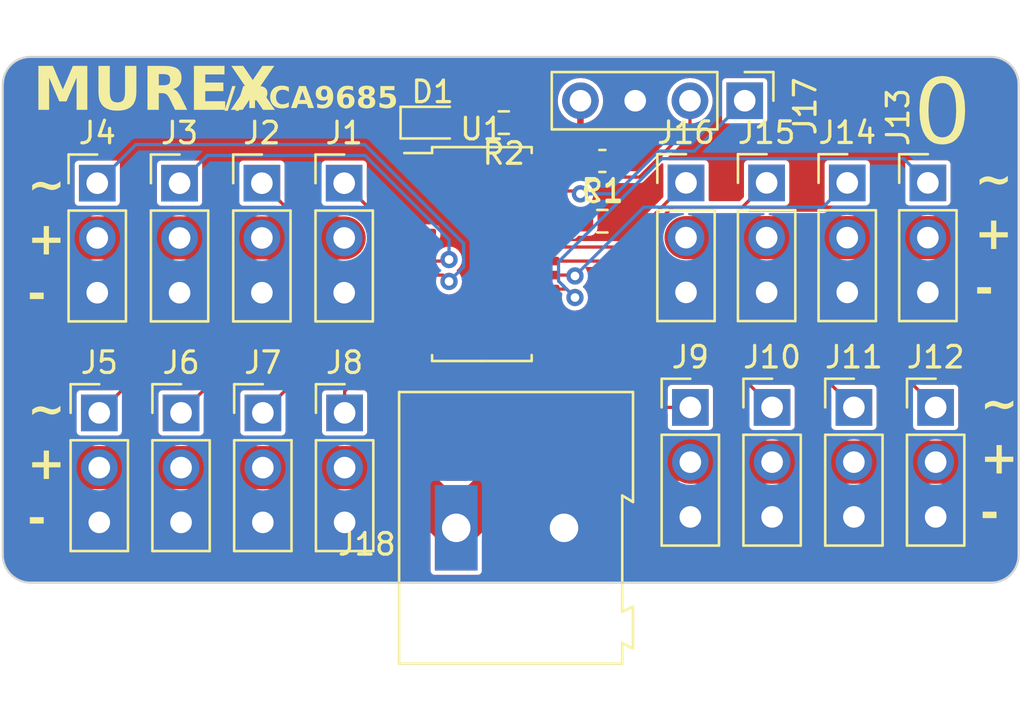
<source format=kicad_pcb>
(kicad_pcb (version 20230410) (generator pcbnew)
  (title_block (title "PCA9685 Breakout") (date "2023-08-18") (rev "V1.0") (company "MUREX Robotics [Byran Huang]") (comment 1 "// DO IT RIGHT, DO IT MUREX.") (comment 2 "// ATTEMPT THE IMPOSSIBLE.") (comment 4 "PCA9685 breakout board with ext. power"))
  (layers (0 "F.Cu" signal) (31 "B.Cu" signal) (34 "B.Paste" user) (35 "F.Paste" user) (36 "B.SilkS" user "B.Silkscreen") (37 "F.SilkS" user "F.Silkscreen") (38 "B.Mask" user) (39 "F.Mask" user) (44 "Edge.Cuts" user))
  (net 0 "")
  (net 1 "GND")
  (net 2 "+3.3V")
  (net 3 "Net-(D1-A)")
  (net 4 "/VDD")
  (net 5 "/LED0")
  (net 6 "/LED1")
  (net 7 "/LED2")
  (net 8 "/LED3")
  (net 9 "/LED4")
  (net 10 "/LED5")
  (net 11 "/LED6")
  (net 12 "/LED7")
  (net 13 "/LED8")
  (net 14 "/LED9")
  (net 15 "/LED10")
  (net 16 "/LED11")
  (net 17 "/LED12")
  (net 18 "/LED13")
  (net 19 "/LED14")
  (net 20 "/LED15")
  (net 21 "/SCL")
  (net 22 "/SDA")
  (net 23 "Net-(U1-~{OE})")
  (footprint "Connector_PinHeader_2.54mm:PinHeader_1x03_P2.54mm_Vertical" (layer "F.Cu") (at 148.352934 105.156)
    (fp_text reference "J9" (at 0 -2.33) (layer "F.SilkS") (effects (font (thickness 0.15) bold)))
    (fp_text value "PWM")
    (fp_line (start -1.33 -1.33) (end 0 -1.33) (stroke (width 0.12)) (layer "F.SilkS"))
    (fp_line (start -1.33 0) (end -1.33 -1.33) (stroke (width 0.12)) (layer "F.SilkS"))
    (fp_line (start -1.33 1.27) (end -1.33 6.41) (stroke (width 0.12)) (layer "F.SilkS"))
    (fp_line (start -1.33 1.27) (end 1.33 1.27) (stroke (width 0.12)) (layer "F.SilkS"))
    (fp_line (start -1.33 6.41) (end 1.33 6.41) (stroke (width 0.12)) (layer "F.SilkS"))
    (fp_line (start 1.33 1.27) (end 1.33 6.41) (stroke (width 0.12)) (layer "F.SilkS"))
    (pad "1" thru_hole rect (at 0 0) (size 1.7 1.7) (drill 1) (layers "*.Cu" "*.Mask") (net 13 "/LED8"))
    (pad "2" thru_hole oval (at 0 2.54) (size 1.7 1.7) (drill 1) (layers "*.Cu" "*.Mask") (net 4 "/VDD"))
    (pad "3" thru_hole oval (at 0 5.08) (size 1.7 1.7) (drill 1) (layers "*.Cu" "*.Mask") (net 1 "GND"))
  )
  (footprint "Connector_PinHeader_2.54mm:PinHeader_1x03_P2.54mm_Vertical" (layer "F.Cu") (at 132.317066 105.41)
    (fp_text reference "J8" (at 0 -2.33) (layer "F.SilkS") (effects (font (thickness 0.15) bold)))
    (fp_text value "PWM")
    (fp_line (start -1.33 -1.33) (end 0 -1.33) (stroke (width 0.12)) (layer "F.SilkS"))
    (fp_line (start -1.33 0) (end -1.33 -1.33) (stroke (width 0.12)) (layer "F.SilkS"))
    (fp_line (start -1.33 1.27) (end -1.33 6.41) (stroke (width 0.12)) (layer "F.SilkS"))
    (fp_line (start -1.33 1.27) (end 1.33 1.27) (stroke (width 0.12)) (layer "F.SilkS"))
    (fp_line (start -1.33 6.41) (end 1.33 6.41) (stroke (width 0.12)) (layer "F.SilkS"))
    (fp_line (start 1.33 1.27) (end 1.33 6.41) (stroke (width 0.12)) (layer "F.SilkS"))
    (pad "1" thru_hole rect (at 0 0) (size 1.7 1.7) (drill 1) (layers "*.Cu" "*.Mask") (net 12 "/LED7"))
    (pad "2" thru_hole oval (at 0 2.54) (size 1.7 1.7) (drill 1) (layers "*.Cu" "*.Mask") (net 4 "/VDD"))
    (pad "3" thru_hole oval (at 0 5.08) (size 1.7 1.7) (drill 1) (layers "*.Cu" "*.Mask") (net 1 "GND"))
  )
  (footprint "Connector_PinHeader_2.54mm:PinHeader_1x03_P2.54mm_Vertical" (layer "F.Cu") (at 152.146 105.156)
    (fp_text reference "J10" (at 0 -2.33) (layer "F.SilkS") (effects (font (thickness 0.15) bold)))
    (fp_text value "PWM")
    (fp_line (start -1.33 -1.33) (end 0 -1.33) (stroke (width 0.12)) (layer "F.SilkS"))
    (fp_line (start -1.33 0) (end -1.33 -1.33) (stroke (width 0.12)) (layer "F.SilkS"))
    (fp_line (start -1.33 1.27) (end -1.33 6.41) (stroke (width 0.12)) (layer "F.SilkS"))
    (fp_line (start -1.33 1.27) (end 1.33 1.27) (stroke (width 0.12)) (layer "F.SilkS"))
    (fp_line (start -1.33 6.41) (end 1.33 6.41) (stroke (width 0.12)) (layer "F.SilkS"))
    (fp_line (start 1.33 1.27) (end 1.33 6.41) (stroke (width 0.12)) (layer "F.SilkS"))
    (pad "1" thru_hole rect (at 0 0) (size 1.7 1.7) (drill 1) (layers "*.Cu" "*.Mask") (net 14 "/LED9"))
    (pad "2" thru_hole oval (at 0 2.54) (size 1.7 1.7) (drill 1) (layers "*.Cu" "*.Mask") (net 4 "/VDD"))
    (pad "3" thru_hole oval (at 0 5.08) (size 1.7 1.7) (drill 1) (layers "*.Cu" "*.Mask") (net 1 "GND"))
  )
  (footprint "Capacitor_SMD:C_0603_1608Metric" (layer "F.Cu") (at 144.272 93.726 180)
    (fp_text reference "C1" (at 0 -1.43 -180) (layer "F.SilkS") (effects (font (thickness 0.15) bold)))
    (fp_text value "10uF")
    (fp_line (start -0.140581 0.51) (end 0.140581 0.51) (stroke (width 0.12)) (layer "F.SilkS"))
    (fp_line (start -0.140581 -0.51) (end 0.140581 -0.51) (stroke (width 0.12)) (layer "F.SilkS"))
    (pad "1" smd roundrect (at -0.775 0 180) (size 0.9 0.95) (layers "F.Cu" "F.Paste" "F.Mask") (net 1 "GND"))
    (pad "2" smd roundrect (at 0.775 0 180) (size 0.9 0.95) (layers "F.Cu" "F.Paste" "F.Mask") (net 2 "+3.3V"))
  )
  (footprint "Connector_PinHeader_2.54mm:PinHeader_1x03_P2.54mm_Vertical" (layer "F.Cu") (at 159.371058 94.742)
    (fp_text reference "J13" (at -1.383058 -3.048 90) (layer "F.SilkS") (effects (font (thickness 0.15) bold)))
    (fp_text value "PWM")
    (fp_line (start -1.33 -1.33) (end 0 -1.33) (stroke (width 0.12)) (layer "F.SilkS"))
    (fp_line (start -1.33 0) (end -1.33 -1.33) (stroke (width 0.12)) (layer "F.SilkS"))
    (fp_line (start -1.33 1.27) (end -1.33 6.41) (stroke (width 0.12)) (layer "F.SilkS"))
    (fp_line (start -1.33 1.27) (end 1.33 1.27) (stroke (width 0.12)) (layer "F.SilkS"))
    (fp_line (start -1.33 6.41) (end 1.33 6.41) (stroke (width 0.12)) (layer "F.SilkS"))
    (fp_line (start 1.33 1.27) (end 1.33 6.41) (stroke (width 0.12)) (layer "F.SilkS"))
    (pad "1" thru_hole rect (at 0 0) (size 1.7 1.7) (drill 1) (layers "*.Cu" "*.Mask") (net 17 "/LED12"))
    (pad "2" thru_hole oval (at 0 2.54) (size 1.7 1.7) (drill 1) (layers "*.Cu" "*.Mask") (net 4 "/VDD"))
    (pad "3" thru_hole oval (at 0 5.08) (size 1.7 1.7) (drill 1) (layers "*.Cu" "*.Mask") (net 1 "GND"))
  )
  (footprint "Connector_PinHeader_2.54mm:PinHeader_1x03_P2.54mm_Vertical" (layer "F.Cu") (at 148.152472 94.742)
    (fp_text reference "J16" (at 0 -2.33) (layer "F.SilkS") (effects (font (thickness 0.15) bold)))
    (fp_text value "PWM")
    (fp_line (start -1.33 -1.33) (end 0 -1.33) (stroke (width 0.12)) (layer "F.SilkS"))
    (fp_line (start -1.33 0) (end -1.33 -1.33) (stroke (width 0.12)) (layer "F.SilkS"))
    (fp_line (start -1.33 1.27) (end -1.33 6.41) (stroke (width 0.12)) (layer "F.SilkS"))
    (fp_line (start -1.33 1.27) (end 1.33 1.27) (stroke (width 0.12)) (layer "F.SilkS"))
    (fp_line (start -1.33 6.41) (end 1.33 6.41) (stroke (width 0.12)) (layer "F.SilkS"))
    (fp_line (start 1.33 1.27) (end 1.33 6.41) (stroke (width 0.12)) (layer "F.SilkS"))
    (pad "1" thru_hole rect (at 0 0) (size 1.7 1.7) (drill 1) (layers "*.Cu" "*.Mask") (net 20 "/LED15"))
    (pad "2" thru_hole oval (at 0 2.54) (size 1.7 1.7) (drill 1) (layers "*.Cu" "*.Mask") (net 4 "/VDD"))
    (pad "3" thru_hole oval (at 0 5.08) (size 1.7 1.7) (drill 1) (layers "*.Cu" "*.Mask") (net 1 "GND"))
  )
  (footprint "Connector_PinHeader_2.54mm:PinHeader_1x03_P2.54mm_Vertical" (layer "F.Cu") (at 120.937868 105.41)
    (fp_text reference "J5" (at 0 -2.33) (layer "F.SilkS") (effects (font (thickness 0.15) bold)))
    (fp_text value "PWM")
    (fp_line (start -1.33 -1.33) (end 0 -1.33) (stroke (width 0.12)) (layer "F.SilkS"))
    (fp_line (start -1.33 0) (end -1.33 -1.33) (stroke (width 0.12)) (layer "F.SilkS"))
    (fp_line (start -1.33 1.27) (end -1.33 6.41) (stroke (width 0.12)) (layer "F.SilkS"))
    (fp_line (start -1.33 1.27) (end 1.33 1.27) (stroke (width 0.12)) (layer "F.SilkS"))
    (fp_line (start -1.33 6.41) (end 1.33 6.41) (stroke (width 0.12)) (layer "F.SilkS"))
    (fp_line (start 1.33 1.27) (end 1.33 6.41) (stroke (width 0.12)) (layer "F.SilkS"))
    (pad "1" thru_hole rect (at 0 0) (size 1.7 1.7) (drill 1) (layers "*.Cu" "*.Mask") (net 9 "/LED4"))
    (pad "2" thru_hole oval (at 0 2.54) (size 1.7 1.7) (drill 1) (layers "*.Cu" "*.Mask") (net 4 "/VDD"))
    (pad "3" thru_hole oval (at 0 5.08) (size 1.7 1.7) (drill 1) (layers "*.Cu" "*.Mask") (net 1 "GND"))
  )
  (footprint "Connector_PinHeader_2.54mm:PinHeader_1x03_P2.54mm_Vertical" (layer "F.Cu") (at 132.296777 94.757)
    (fp_text reference "J1" (at 0 -2.33) (layer "F.SilkS") (effects (font (thickness 0.15) bold)))
    (fp_text value "PWM")
    (fp_line (start -1.33 -1.33) (end 0 -1.33) (stroke (width 0.12)) (layer "F.SilkS"))
    (fp_line (start -1.33 0) (end -1.33 -1.33) (stroke (width 0.12)) (layer "F.SilkS"))
    (fp_line (start -1.33 1.27) (end -1.33 6.41) (stroke (width 0.12)) (layer "F.SilkS"))
    (fp_line (start -1.33 1.27) (end 1.33 1.27) (stroke (width 0.12)) (layer "F.SilkS"))
    (fp_line (start -1.33 6.41) (end 1.33 6.41) (stroke (width 0.12)) (layer "F.SilkS"))
    (fp_line (start 1.33 1.27) (end 1.33 6.41) (stroke (width 0.12)) (layer "F.SilkS"))
    (pad "1" thru_hole rect (at 0 0) (size 1.7 1.7) (drill 1) (layers "*.Cu" "*.Mask") (net 5 "/LED0"))
    (pad "2" thru_hole oval (at 0 2.54) (size 1.7 1.7) (drill 1) (layers "*.Cu" "*.Mask") (net 4 "/VDD"))
    (pad "3" thru_hole oval (at 0 5.08) (size 1.7 1.7) (drill 1) (layers "*.Cu" "*.Mask") (net 1 "GND"))
  )
  (footprint "Connector_PinHeader_2.54mm:PinHeader_1x03_P2.54mm_Vertical" (layer "F.Cu") (at 159.732132 105.156)
    (fp_text reference "J12" (at 0 -2.33) (layer "F.SilkS") (effects (font (thickness 0.15) bold)))
    (fp_text value "PWM")
    (fp_line (start -1.33 -1.33) (end 0 -1.33) (stroke (width 0.12)) (layer "F.SilkS"))
    (fp_line (start -1.33 0) (end -1.33 -1.33) (stroke (width 0.12)) (layer "F.SilkS"))
    (fp_line (start -1.33 1.27) (end -1.33 6.41) (stroke (width 0.12)) (layer "F.SilkS"))
    (fp_line (start -1.33 1.27) (end 1.33 1.27) (stroke (width 0.12)) (layer "F.SilkS"))
    (fp_line (start -1.33 6.41) (end 1.33 6.41) (stroke (width 0.12)) (layer "F.SilkS"))
    (fp_line (start 1.33 1.27) (end 1.33 6.41) (stroke (width 0.12)) (layer "F.SilkS"))
    (pad "1" thru_hole rect (at 0 0) (size 1.7 1.7) (drill 1) (layers "*.Cu" "*.Mask") (net 16 "/LED11"))
    (pad "2" thru_hole oval (at 0 2.54) (size 1.7 1.7) (drill 1) (layers "*.Cu" "*.Mask") (net 4 "/VDD"))
    (pad "3" thru_hole oval (at 0 5.08) (size 1.7 1.7) (drill 1) (layers "*.Cu" "*.Mask") (net 1 "GND"))
  )
  (footprint "TerminalBlock:TerminalBlock_Altech_AK300-2_P5.00mm" (layer "F.Cu") (at 137.494 110.744)
    (fp_text reference "J18" (at -4.144 0.762) (layer "F.SilkS") (effects (font (thickness 0.15) bold)))
    (fp_text value "VDD")
    (fp_line (start -2.65 -6.3) (end -2.65 6.3) (stroke (width 0.12)) (layer "F.SilkS"))
    (fp_line (start -2.65 6.3) (end 7.7 6.3) (stroke (width 0.12)) (layer "F.SilkS"))
    (fp_line (start 7.7 -1.5) (end 8.2 -1.200001) (stroke (width 0.12)) (layer "F.SilkS"))
    (fp_line (start 7.7 3.9) (end 7.7 -1.5) (stroke (width 0.12)) (layer "F.SilkS"))
    (fp_line (start 7.7 5.35) (end 8.200001 5.6) (stroke (width 0.12)) (layer "F.SilkS"))
    (fp_line (start 7.7 6.3) (end 7.7 5.35) (stroke (width 0.12)) (layer "F.SilkS"))
    (fp_line (start 8.2 -6.3) (end -2.65 -6.3) (stroke (width 0.12)) (layer "F.SilkS"))
    (fp_line (start 8.2 -1.200001) (end 8.2 -6.3) (stroke (width 0.12)) (layer "F.SilkS"))
    (fp_line (start 8.2 3.65) (end 7.7 3.9) (stroke (width 0.12)) (layer "F.SilkS"))
    (fp_line (start 8.200001 3.7) (end 8.2 3.65) (stroke (width 0.12)) (layer "F.SilkS"))
    (fp_line (start 8.200001 5.6) (end 8.200001 3.7) (stroke (width 0.12)) (layer "F.SilkS"))
    (pad "1" thru_hole rect (at 0 0) (size 1.98 3.96) (drill 1.32) (layers "*.Cu" "*.Mask") (net 4 "/VDD"))
    (pad "2" thru_hole oval (at 5 0) (size 1.98 3.96) (drill 1.32) (layers "*.Cu" "*.Mask") (net 1 "GND"))
  )
  (footprint "Resistor_SMD:R_0603_1608Metric" (layer "F.Cu") (at 139.7 91.948 180)
    (fp_text reference "R2" (at 0 -1.43 -180) (layer "F.SilkS") (effects (font (thickness 0.15) bold)))
    (fp_text value "10k")
    (fp_line (start -0.237258 0.5225) (end 0.237258 0.5225) (stroke (width 0.12)) (layer "F.SilkS"))
    (fp_line (start -0.237258 -0.5225) (end 0.237258 -0.5225) (stroke (width 0.12)) (layer "F.SilkS"))
    (pad "1" smd roundrect (at -0.825 0 180) (size 0.8 0.95) (layers "F.Cu" "F.Paste" "F.Mask") (net 2 "+3.3V"))
    (pad "2" smd roundrect (at 0.825 0 180) (size 0.8 0.95) (layers "F.Cu" "F.Paste" "F.Mask") (net 3 "Net-(D1-A)"))
  )
  (footprint "Package_SO:TSSOP-28_4.4x9.7mm_P0.65mm" (layer "F.Cu") (at 138.684 98.044)
    (fp_text reference "U1" (at 0 -5.8) (layer "F.SilkS") (effects (font (thickness 0.15) bold)))
    (fp_text value "PCA9685PW")
    (fp_line (start -2.31 -4.96) (end -2.31 -4.685) (stroke (width 0.12)) (layer "F.SilkS"))
    (fp_line (start -2.31 -4.685) (end -3.6 -4.685) (stroke (width 0.12)) (layer "F.SilkS"))
    (fp_line (start -2.31 4.96) (end -2.31 4.685) (stroke (width 0.12)) (layer "F.SilkS"))
    (fp_line (start 0 -4.96) (end -2.31 -4.96) (stroke (width 0.12)) (layer "F.SilkS"))
    (fp_line (start 0 -4.96) (end 2.31 -4.96) (stroke (width 0.12)) (layer "F.SilkS"))
    (fp_line (start 0 4.96) (end -2.31 4.96) (stroke (width 0.12)) (layer "F.SilkS"))
    (fp_line (start 0 4.96) (end 2.31 4.96) (stroke (width 0.12)) (layer "F.SilkS"))
    (fp_line (start 2.31 -4.96) (end 2.31 -4.685) (stroke (width 0.12)) (layer "F.SilkS"))
    (fp_line (start 2.31 4.96) (end 2.31 4.685) (stroke (width 0.12)) (layer "F.SilkS"))
    (pad "1" smd roundrect (at -2.8625 -4.225) (size 1.475 0.4) (layers "F.Cu" "F.Paste" "F.Mask") (net 1 "GND"))
    (pad "2" smd roundrect (at -2.8625 -3.575) (size 1.475 0.4) (layers "F.Cu" "F.Paste" "F.Mask") (net 1 "GND"))
    (pad "3" smd roundrect (at -2.8625 -2.925) (size 1.475 0.4) (layers "F.Cu" "F.Paste" "F.Mask") (net 1 "GND"))
    (pad "4" smd roundrect (at -2.8625 -2.275) (size 1.475 0.4) (layers "F.Cu" "F.Paste" "F.Mask") (net 1 "GND"))
    (pad "5" smd roundrect (at -2.8625 -1.625) (size 1.475 0.4) (layers "F.Cu" "F.Paste" "F.Mask") (net 1 "GND"))
    (pad "6" smd roundrect (at -2.8625 -0.975) (size 1.475 0.4) (layers "F.Cu" "F.Paste" "F.Mask") (net 5 "/LED0"))
    (pad "7" smd roundrect (at -2.8625 -0.325) (size 1.475 0.4) (layers "F.Cu" "F.Paste" "F.Mask") (net 6 "/LED1"))
    (pad "8" smd roundrect (at -2.8625 0.325) (size 1.475 0.4) (layers "F.Cu" "F.Paste" "F.Mask") (net 7 "/LED2"))
    (pad "9" smd roundrect (at -2.8625 0.975) (size 1.475 0.4) (layers "F.Cu" "F.Paste" "F.Mask") (net 8 "/LED3"))
    (pad "10" smd roundrect (at -2.8625 1.625) (size 1.475 0.4) (layers "F.Cu" "F.Paste" "F.Mask") (net 9 "/LED4"))
    (pad "11" smd roundrect (at -2.8625 2.275) (size 1.475 0.4) (layers "F.Cu" "F.Paste" "F.Mask") (net 10 "/LED5"))
    (pad "12" smd roundrect (at -2.8625 2.925) (size 1.475 0.4) (layers "F.Cu" "F.Paste" "F.Mask") (net 11 "/LED6"))
    (pad "13" smd roundrect (at -2.8625 3.575) (size 1.475 0.4) (layers "F.Cu" "F.Paste" "F.Mask") (net 12 "/LED7"))
    (pad "14" smd roundrect (at -2.8625 4.225) (size 1.475 0.4) (layers "F.Cu" "F.Paste" "F.Mask") (net 1 "GND"))
    (pad "15" smd roundrect (at 2.8625 4.225) (size 1.475 0.4) (layers "F.Cu" "F.Paste" "F.Mask") (net 13 "/LED8"))
    (pad "16" smd roundrect (at 2.8625 3.575) (size 1.475 0.4) (layers "F.Cu" "F.Paste" "F.Mask") (net 14 "/LED9"))
    (pad "17" smd roundrect (at 2.8625 2.925) (size 1.475 0.4) (layers "F.Cu" "F.Paste" "F.Mask") (net 15 "/LED10"))
    (pad "18" smd roundrect (at 2.8625 2.275) (size 1.475 0.4) (layers "F.Cu" "F.Paste" "F.Mask") (net 16 "/LED11"))
    (pad "19" smd roundrect (at 2.8625 1.625) (size 1.475 0.4) (layers "F.Cu" "F.Paste" "F.Mask") (net 17 "/LED12"))
    (pad "20" smd roundrect (at 2.8625 0.975) (size 1.475 0.4) (layers "F.Cu" "F.Paste" "F.Mask") (net 18 "/LED13"))
    (pad "21" smd roundrect (at 2.8625 0.325) (size 1.475 0.4) (layers "F.Cu" "F.Paste" "F.Mask") (net 19 "/LED14"))
    (pad "22" smd roundrect (at 2.8625 -0.325) (size 1.475 0.4) (layers "F.Cu" "F.Paste" "F.Mask") (net 20 "/LED15"))
    (pad "23" smd roundrect (at 2.8625 -0.975) (size 1.475 0.4) (layers "F.Cu" "F.Paste" "F.Mask") (net 23 "Net-(U1-~{OE})"))
    (pad "24" smd roundrect (at 2.8625 -1.625) (size 1.475 0.4) (layers "F.Cu" "F.Paste" "F.Mask") (net 1 "GND"))
    (pad "25" smd roundrect (at 2.8625 -2.275) (size 1.475 0.4) (layers "F.Cu" "F.Paste" "F.Mask") (net 1 "GND"))
    (pad "26" smd roundrect (at 2.8625 -2.925) (size 1.475 0.4) (layers "F.Cu" "F.Paste" "F.Mask") (net 21 "/SCL"))
    (pad "27" smd roundrect (at 2.8625 -3.575) (size 1.475 0.4) (layers "F.Cu" "F.Paste" "F.Mask") (net 22 "/SDA"))
    (pad "28" smd roundrect (at 2.8625 -4.225) (size 1.475 0.4) (layers "F.Cu" "F.Paste" "F.Mask") (net 2 "+3.3V"))
  )
  (footprint "Connector_PinHeader_2.54mm:PinHeader_1x04_P2.54mm_Vertical" (layer "F.Cu") (at 150.875999 90.932 -90)
    (fp_text reference "J17" (at 0.254001 -2.804 90) (layer "F.SilkS") (effects (font (thickness 0.15) bold)))
    (fp_text value "Conn_01x04")
    (fp_line (start -1.33 8.95) (end 1.33 8.95) (stroke (width 0.12)) (layer "F.SilkS"))
    (fp_line (start -1.33 1.270001) (end -1.33 8.95) (stroke (width 0.12)) (layer "F.SilkS"))
    (fp_line (start -1.33 1.270001) (end 1.33 1.270001) (stroke (width 0.12)) (layer "F.SilkS"))
    (fp_line (start 1.33 1.270001) (end 1.33 8.95) (stroke (width 0.12)) (layer "F.SilkS"))
    (fp_line (start -1.33 0) (end -1.33 -1.33) (stroke (width 0.12)) (layer "F.SilkS"))
    (fp_line (start -1.33 -1.33) (end 0 -1.33) (stroke (width 0.12)) (layer "F.SilkS"))
    (pad "1" thru_hole rect (at 0 0 270) (size 1.7 1.7) (drill 1) (layers "*.Cu" "*.Mask") (net 21 "/SCL"))
    (pad "2" thru_hole oval (at 0 2.54 270) (size 1.7 1.7) (drill 1) (layers "*.Cu" "*.Mask") (net 22 "/SDA"))
    (pad "3" thru_hole oval (at 0 5.079999 270) (size 1.7 1.7) (drill 1) (layers "*.Cu" "*.Mask") (net 1 "GND"))
    (pad "4" thru_hole oval (at 0 7.62 270) (size 1.7 1.7) (drill 1) (layers "*.Cu" "*.Mask") (net 2 "+3.3V"))
  )
  (footprint "Connector_PinHeader_2.54mm:PinHeader_1x03_P2.54mm_Vertical" (layer "F.Cu") (at 155.631528 94.742)
    (fp_text reference "J14" (at 0 -2.33) (layer "F.SilkS") (effects (font (thickness 0.15) bold)))
    (fp_text value "PWM")
    (fp_line (start -1.33 -1.33) (end 0 -1.33) (stroke (width 0.12)) (layer "F.SilkS"))
    (fp_line (start -1.33 0) (end -1.33 -1.33) (stroke (width 0.12)) (layer "F.SilkS"))
    (fp_line (start -1.33 1.27) (end -1.33 6.41) (stroke (width 0.12)) (layer "F.SilkS"))
    (fp_line (start -1.33 1.27) (end 1.33 1.27) (stroke (width 0.12)) (layer "F.SilkS"))
    (fp_line (start -1.33 6.41) (end 1.33 6.41) (stroke (width 0.12)) (layer "F.SilkS"))
    (fp_line (start 1.33 1.27) (end 1.33 6.41) (stroke (width 0.12)) (layer "F.SilkS"))
    (pad "1" thru_hole rect (at 0 0) (size 1.7 1.7) (drill 1) (layers "*.Cu" "*.Mask") (net 18 "/LED13"))
    (pad "2" thru_hole oval (at 0 2.54) (size 1.7 1.7) (drill 1) (layers "*.Cu" "*.Mask") (net 4 "/VDD"))
    (pad "3" thru_hole oval (at 0 5.08) (size 1.7 1.7) (drill 1) (layers "*.Cu" "*.Mask") (net 1 "GND"))
  )
  (footprint "Resistor_SMD:R_0603_1608Metric" (layer "F.Cu") (at 144.272 96.52)
    (fp_text reference "R1" (at 0 -1.43) (layer "F.SilkS") (effects (font (thickness 0.15) bold)))
    (fp_text value "10k")
    (fp_line (start -0.237258 -0.5225) (end 0.237258 -0.5225) (stroke (width 0.12)) (layer "F.SilkS"))
    (fp_line (start -0.237258 0.5225) (end 0.237258 0.5225) (stroke (width 0.12)) (layer "F.SilkS"))
    (pad "1" smd roundrect (at -0.825 0) (size 0.8 0.95) (layers "F.Cu" "F.Paste" "F.Mask") (net 23 "Net-(U1-~{OE})"))
    (pad "2" smd roundrect (at 0.825 0) (size 0.8 0.95) (layers "F.Cu" "F.Paste" "F.Mask") (net 1 "GND"))
  )
  (footprint "Connector_PinHeader_2.54mm:PinHeader_1x03_P2.54mm_Vertical" (layer "F.Cu") (at 155.939066 105.156)
    (fp_text reference "J11" (at 0 -2.33) (layer "F.SilkS") (effects (font (thickness 0.15) bold)))
    (fp_text value "PWM")
    (fp_line (start -1.33 -1.33) (end 0 -1.33) (stroke (width 0.12)) (layer "F.SilkS"))
    (fp_line (start -1.33 0) (end -1.33 -1.33) (stroke (width 0.12)) (layer "F.SilkS"))
    (fp_line (start -1.33 1.27) (end -1.33 6.41) (stroke (width 0.12)) (layer "F.SilkS"))
    (fp_line (start -1.33 1.27) (end 1.33 1.27) (stroke (width 0.12)) (layer "F.SilkS"))
    (fp_line (start -1.33 6.41) (end 1.33 6.41) (stroke (width 0.12)) (layer "F.SilkS"))
    (fp_line (start 1.33 1.27) (end 1.33 6.41) (stroke (width 0.12)) (layer "F.SilkS"))
    (pad "1" thru_hole rect (at 0 0) (size 1.7 1.7) (drill 1) (layers "*.Cu" "*.Mask") (net 15 "/LED10"))
    (pad "2" thru_hole oval (at 0 2.54) (size 1.7 1.7) (drill 1) (layers "*.Cu" "*.Mask") (net 4 "/VDD"))
    (pad "3" thru_hole oval (at 0 5.08) (size 1.7 1.7) (drill 1) (layers "*.Cu" "*.Mask") (net 1 "GND"))
  )
  (footprint "Connector_PinHeader_2.54mm:PinHeader_1x03_P2.54mm_Vertical" (layer "F.Cu") (at 120.843498 94.757)
    (fp_text reference "J4" (at 0 -2.33) (layer "F.SilkS") (effects (font (thickness 0.15) bold)))
    (fp_text value "PWM")
    (fp_line (start -1.33 -1.33) (end 0 -1.33) (stroke (width 0.12)) (layer "F.SilkS"))
    (fp_line (start -1.33 0) (end -1.33 -1.33) (stroke (width 0.12)) (layer "F.SilkS"))
    (fp_line (start -1.33 1.27) (end -1.33 6.41) (stroke (width 0.12)) (layer "F.SilkS"))
    (fp_line (start -1.33 1.27) (end 1.33 1.27) (stroke (width 0.12)) (layer "F.SilkS"))
    (fp_line (start -1.33 6.41) (end 1.33 6.41) (stroke (width 0.12)) (layer "F.SilkS"))
    (fp_line (start 1.33 1.27) (end 1.33 6.41) (stroke (width 0.12)) (layer "F.SilkS"))
    (pad "1" thru_hole rect (at 0 0) (size 1.7 1.7) (drill 1) (layers "*.Cu" "*.Mask") (net 8 "/LED3"))
    (pad "2" thru_hole oval (at 0 2.54) (size 1.7 1.7) (drill 1) (layers "*.Cu" "*.Mask") (net 4 "/VDD"))
    (pad "3" thru_hole oval (at 0 5.08) (size 1.7 1.7) (drill 1) (layers "*.Cu" "*.Mask") (net 1 "GND"))
  )
  (footprint "Connector_PinHeader_2.54mm:PinHeader_1x03_P2.54mm_Vertical" (layer "F.Cu") (at 124.730934 105.41)
    (fp_text reference "J6" (at 0 -2.33) (layer "F.SilkS") (effects (font (thickness 0.15) bold)))
    (fp_text value "PWM")
    (fp_line (start -1.33 -1.33) (end 0 -1.33) (stroke (width 0.12)) (layer "F.SilkS"))
    (fp_line (start -1.33 0) (end -1.33 -1.33) (stroke (width 0.12)) (layer "F.SilkS"))
    (fp_line (start -1.33 1.27) (end -1.33 6.41) (stroke (width 0.12)) (layer "F.SilkS"))
    (fp_line (start -1.33 1.27) (end 1.33 1.27) (stroke (width 0.12)) (layer "F.SilkS"))
    (fp_line (start -1.33 6.41) (end 1.33 6.41) (stroke (width 0.12)) (layer "F.SilkS"))
    (fp_line (start 1.33 1.27) (end 1.33 6.41) (stroke (width 0.12)) (layer "F.SilkS"))
    (pad "1" thru_hole rect (at 0 0) (size 1.7 1.7) (drill 1) (layers "*.Cu" "*.Mask") (net 10 "/LED5"))
    (pad "2" thru_hole oval (at 0 2.54) (size 1.7 1.7) (drill 1) (layers "*.Cu" "*.Mask") (net 4 "/VDD"))
    (pad "3" thru_hole oval (at 0 5.08) (size 1.7 1.7) (drill 1) (layers "*.Cu" "*.Mask") (net 1 "GND"))
  )
  (footprint "Connector_PinHeader_2.54mm:PinHeader_1x03_P2.54mm_Vertical" (layer "F.Cu") (at 128.479016 94.757)
    (fp_text reference "J2" (at 0 -2.33) (layer "F.SilkS") (effects (font (thickness 0.15) bold)))
    (fp_text value "PWM")
    (fp_line (start -1.33 -1.33) (end 0 -1.33) (stroke (width 0.12)) (layer "F.SilkS"))
    (fp_line (start -1.33 0) (end -1.33 -1.33) (stroke (width 0.12)) (layer "F.SilkS"))
    (fp_line (start -1.33 1.27) (end -1.33 6.41) (stroke (width 0.12)) (layer "F.SilkS"))
    (fp_line (start -1.33 1.27) (end 1.33 1.27) (stroke (width 0.12)) (layer "F.SilkS"))
    (fp_line (start -1.33 6.41) (end 1.33 6.41) (stroke (width 0.12)) (layer "F.SilkS"))
    (fp_line (start 1.33 1.27) (end 1.33 6.41) (stroke (width 0.12)) (layer "F.SilkS"))
    (pad "1" thru_hole rect (at 0 0) (size 1.7 1.7) (drill 1) (layers "*.Cu" "*.Mask") (net 6 "/LED1"))
    (pad "2" thru_hole oval (at 0 2.54) (size 1.7 1.7) (drill 1) (layers "*.Cu" "*.Mask") (net 4 "/VDD"))
    (pad "3" thru_hole oval (at 0 5.08) (size 1.7 1.7) (drill 1) (layers "*.Cu" "*.Mask") (net 1 "GND"))
  )
  (footprint "Connector_PinHeader_2.54mm:PinHeader_1x03_P2.54mm_Vertical" (layer "F.Cu") (at 151.892 94.742)
    (fp_text reference "J15" (at 0 -2.33) (layer "F.SilkS") (effects (font (thickness 0.15) bold)))
    (fp_text value "PWM")
    (fp_line (start -1.33 -1.33) (end 0 -1.33) (stroke (width 0.12)) (layer "F.SilkS"))
    (fp_line (start -1.33 0) (end -1.33 -1.33) (stroke (width 0.12)) (layer "F.SilkS"))
    (fp_line (start -1.33 1.27) (end -1.33 6.41) (stroke (width 0.12)) (layer "F.SilkS"))
    (fp_line (start -1.33 1.27) (end 1.33 1.27) (stroke (width 0.12)) (layer "F.SilkS"))
    (fp_line (start -1.33 6.41) (end 1.33 6.41) (stroke (width 0.12)) (layer "F.SilkS"))
    (fp_line (start 1.33 1.27) (end 1.33 6.41) (stroke (width 0.12)) (layer "F.SilkS"))
    (pad "1" thru_hole rect (at 0 0) (size 1.7 1.7) (drill 1) (layers "*.Cu" "*.Mask") (net 19 "/LED14"))
    (pad "2" thru_hole oval (at 0 2.54) (size 1.7 1.7) (drill 1) (layers "*.Cu" "*.Mask") (net 4 "/VDD"))
    (pad "3" thru_hole oval (at 0 5.08) (size 1.7 1.7) (drill 1) (layers "*.Cu" "*.Mask") (net 1 "GND"))
  )
  (footprint "LED_SMD:LED_0603_1608Metric" (layer "F.Cu") (at 136.398 91.948)
    (fp_text reference "D1" (at 0 -1.43) (layer "F.SilkS") (effects (font (thickness 0.15) bold)))
    (fp_text value "PWR")
    (fp_line (start -1.485 -0.735) (end -1.485 0.735) (stroke (width 0.12)) (layer "F.SilkS"))
    (fp_line (start -1.485 0.735) (end 0.8 0.735) (stroke (width 0.12)) (layer "F.SilkS"))
    (fp_line (start 0.8 -0.735) (end -1.485 -0.735) (stroke (width 0.12)) (layer "F.SilkS"))
    (pad "1" smd roundrect (at -0.787501 0) (size 0.875 0.95) (layers "F.Cu" "F.Paste" "F.Mask") (net 1 "GND"))
    (pad "2" smd roundrect (at 0.787501 0) (size 0.875 0.95) (layers "F.Cu" "F.Paste" "F.Mask") (net 3 "Net-(D1-A)"))
  )
  (footprint "Connector_PinHeader_2.54mm:PinHeader_1x03_P2.54mm_Vertical" (layer "F.Cu") (at 124.661257 94.757)
    (fp_text reference "J3" (at 0 -2.33) (layer "F.SilkS") (effects (font (thickness 0.15) bold)))
    (fp_text value "PWM")
    (fp_line (start -1.33 -1.33) (end 0 -1.33) (stroke (width 0.12)) (layer "F.SilkS"))
    (fp_line (start -1.33 0) (end -1.33 -1.33) (stroke (width 0.12)) (layer "F.SilkS"))
    (fp_line (start -1.33 1.27) (end -1.33 6.41) (stroke (width 0.12)) (layer "F.SilkS"))
    (fp_line (start -1.33 1.27) (end 1.33 1.27) (stroke (width 0.12)) (layer "F.SilkS"))
    (fp_line (start -1.33 6.41) (end 1.33 6.41) (stroke (width 0.12)) (layer "F.SilkS"))
    (fp_line (start 1.33 1.27) (end 1.33 6.41) (stroke (width 0.12)) (layer "F.SilkS"))
    (pad "1" thru_hole rect (at 0 0) (size 1.7 1.7) (drill 1) (layers "*.Cu" "*.Mask") (net 7 "/LED2"))
    (pad "2" thru_hole oval (at 0 2.54) (size 1.7 1.7) (drill 1) (layers "*.Cu" "*.Mask") (net 4 "/VDD"))
    (pad "3" thru_hole oval (at 0 5.08) (size 1.7 1.7) (drill 1) (layers "*.Cu" "*.Mask") (net 1 "GND"))
  )
  (footprint "Connector_PinHeader_2.54mm:PinHeader_1x03_P2.54mm_Vertical" (layer "F.Cu") (at 128.524 105.41)
    (fp_text reference "J7" (at 0 -2.33) (layer "F.SilkS") (effects (font (thickness 0.15) bold)))
    (fp_text value "PWM")
    (fp_line (start -1.33 -1.33) (end 0 -1.33) (stroke (width 0.12)) (layer "F.SilkS"))
    (fp_line (start -1.33 0) (end -1.33 -1.33) (stroke (width 0.12)) (layer "F.SilkS"))
    (fp_line (start -1.33 1.27) (end -1.33 6.41) (stroke (width 0.12)) (layer "F.SilkS"))
    (fp_line (start -1.33 1.27) (end 1.33 1.27) (stroke (width 0.12)) (layer "F.SilkS"))
    (fp_line (start -1.33 6.41) (end 1.33 6.41) (stroke (width 0.12)) (layer "F.SilkS"))
    (fp_line (start 1.33 1.27) (end 1.33 6.41) (stroke (width 0.12)) (layer "F.SilkS"))
    (pad "1" thru_hole rect (at 0 0) (size 1.7 1.7) (drill 1) (layers "*.Cu" "*.Mask") (net 11 "/LED6"))
    (pad "2" thru_hole oval (at 0 2.54) (size 1.7 1.7) (drill 1) (layers "*.Cu" "*.Mask") (net 4 "/VDD"))
    (pad "3" thru_hole oval (at 0 5.08) (size 1.7 1.7) (drill 1) (layers "*.Cu" "*.Mask") (net 1 "GND"))
  )
  (gr_line (start 117.738026 88.9) (end 162.306 88.9) (stroke (width 0.1)) (layer "Edge.Cuts"))
  (gr_line (start 117.856 113.284) (end 162.306 113.284) (stroke (width 0.1)) (layer "Edge.Cuts"))
  (gr_arc (start 116.468026 90.17) (mid 116.840002 89.271984) (end 117.738026 88.9) (stroke (width 0.1)) (layer "Edge.Cuts"))
  (gr_arc (start 117.755809 113.284) (mid 116.839976 112.904666) (end 116.460659 111.98885) (stroke (width 0.1)) (layer "Edge.Cuts"))
  (gr_line (start 116.460659 111.98885) (end 116.460659 90.17) (stroke (width 0.1)) (layer "Edge.Cuts"))
  (gr_arc (start 162.306 88.9) (mid 163.204026 89.271974) (end 163.576 90.17) (stroke (width 0.1)) (layer "Edge.Cuts"))
  (gr_arc (start 163.576 112.014) (mid 163.204026 112.912026) (end 162.306 113.284) (stroke (width 0.1)) (layer "Edge.Cuts"))
  (gr_line (start 117.755809 113.284) (end 117.856 113.284) (stroke (width 0.1)) (layer "Edge.Cuts"))
  (gr_line (start 163.576 90.17) (end 163.576 112.014) (stroke (width 0.1)) (layer "Edge.Cuts"))
  (gr_text "MUREX" (at 117.856 91.694) (layer "F.SilkS") (effects (font (size 2 2) (thickness 0.4) bold) (justify left bottom)))
  (gr_text "~\n+\n-" (at 161.798 110.998) (layer "F.SilkS") (effects (font (size 1.5 1.5) (thickness 0.2) bold) (justify left bottom)))
  (gr_text "~\n+\n-" (at 117.602 100.838) (layer "F.SilkS") (effects (font (size 1.5 1.5) (thickness 0.2) bold) (justify left bottom)))
  (gr_text "//PCA9685" (at 126.746 91.44) (layer "F.SilkS") (effects (font (size 1 1) (thickness 0.25) bold) (justify left bottom)))
  (gr_text "~\n+\n-" (at 117.602 111.252) (layer "F.SilkS") (effects (font (size 1.5 1.5) (thickness 0.2) bold) (justify left bottom)))
  (gr_text "0" (at 158.706058 93.412) (layer "F.SilkS") (effects (font (size 3 3)) (justify left bottom)))
  (gr_text "~\n+\n-" (at 161.544 100.584) (layer "F.SilkS") (effects (font (size 1.5 1.5) (thickness 0.2) bold) (justify left bottom)))
  (segment (start 135.8215 93.819) (end 135.8215 96.419) (width 0.25) (layer "F.Cu") (net 1))
  (segment (start 143.255999 90.932) (end 143.255999 93.484999) (width 0.3) (layer "F.Cu") (net 2))
  (segment (start 140.525 91.948) (end 140.525 92.6115) (width 0.3) (layer "F.Cu") (net 2))
  (segment (start 140.525 92.6115) (end 141.6395 93.726) (width 0.3) (layer "F.Cu") (net 2))
  (segment (start 143.404 93.819) (end 143.497 93.726) (width 0.25) (layer "F.Cu") (net 2))
  (segment (start 143.255999 93.484999) (end 143.497 93.726) (width 0.3) (layer "F.Cu") (net 2))
  (segment (start 141.6395 93.726) (end 141.5465 93.819) (width 0.25) (layer "F.Cu") (net 2))
  (segment (start 143.497 93.726) (end 141.6395 93.726) (width 0.25) (layer "F.Cu") (net 2))
  (segment (start 138.875 91.948) (end 137.185501 91.948) (width 0.3) (layer "F.Cu") (net 3))
  (segment (start 120.843498 97.297) (end 124.661257 97.297) (width 2) (layer "F.Cu") (net 4))
  (segment (start 132.317066 107.95) (end 134.7 107.95) (width 2) (layer "F.Cu") (net 4))
  (segment (start 128.524 107.95) (end 132.317066 107.95) (width 2) (layer "F.Cu") (net 4))
  (segment (start 119.641417 97.297) (end 118.793998 98.144419) (width 2) (layer "F.Cu") (net 4))
  (segment (start 161.781632 106.950368) (end 161.036 107.696) (width 2) (layer "F.Cu") (net 4))
  (segment (start 120.843498 97.297) (end 119.641417 97.297) (width 2) (layer "F.Cu") (net 4))
  (segment (start 161.781632 98.490493) (end 161.781632 106.950368) (width 2) (layer "F.Cu") (net 4))
  (segment (start 155.939066 107.696) (end 159.732132 107.696) (width 2) (layer "F.Cu") (net 4))
  (segment (start 124.730934 107.95) (end 128.524 107.95) (width 2) (layer "F.Cu") (net 4))
  (segment (start 148.352934 107.696) (end 152.146 107.696) (width 2) (layer "F.Cu") (net 4))
  (segment (start 137.494 110.744) (end 140.6735 107.5645) (width 2) (layer "F.Cu") (net 4))
  (segment (start 160.573139 97.282) (end 161.781632 98.490493) (width 2) (layer "F.Cu") (net 4))
  (segment (start 119.378868 107.95) (end 120.937868 107.95) (width 2) (layer "F.Cu") (net 4))
  (segment (start 120.937868 107.95) (end 124.730934 107.95) (width 2) (layer "F.Cu") (net 4))
  (segment (start 148.152472 97.282) (end 151.892 97.282) (width 2) (layer "F.Cu") (net 4))
  (segment (start 159.371058 97.282) (end 160.573139 97.282) (width 2) (layer "F.Cu") (net 4))
  (segment (start 161.036 107.696) (end 159.732132 107.696) (width 2) (layer "F.Cu") (net 4))
  (segment (start 140.6735 107.5645) (end 148.221434 107.5645) (width 2) (layer "F.Cu") (net 4))
  (segment (start 155.631528 97.282) (end 159.371058 97.282) (width 2) (layer "F.Cu") (net 4))
  (segment (start 118.793998 98.144419) (end 118.793998 107.36513) (width 2) (layer "F.Cu") (net 4))
  (segment (start 124.661257 97.297) (end 128.479016 97.297) (width 2) (layer "F.Cu") (net 4))
  (segment (start 148.221434 107.5645) (end 148.352934 107.696) (width 2) (layer "F.Cu") (net 4))
  (segment (start 152.146 107.696) (end 155.939066 107.696) (width 2) (layer "F.Cu") (net 4))
  (segment (start 151.892 97.282) (end 155.631528 97.282) (width 2) (layer "F.Cu") (net 4))
  (segment (start 128.479016 97.297) (end 132.296777 97.297) (width 2) (layer "F.Cu") (net 4))
  (segment (start 118.793998 107.36513) (end 119.378868 107.95) (width 2) (layer "F.Cu") (net 4))
  (segment (start 134.7 107.95) (end 137.494 110.744) (width 2) (layer "F.Cu") (net 4))
  (segment (start 132.296777 94.757) (end 134.608777 97.069) (width 0.15) (layer "F.Cu") (net 5))
  (segment (start 134.608777 97.069) (end 135.8215 97.069) (width 0.15) (layer "F.Cu") (net 5))
  (segment (start 129.603516 95.8815) (end 132.927009 95.8815) (width 0.15) (layer "F.Cu") (net 6))
  (segment (start 128.479016 94.757) (end 129.603516 95.8815) (width 0.15) (layer "F.Cu") (net 6))
  (segment (start 132.927009 95.8815) (end 134.764509 97.719) (width 0.15) (layer "F.Cu") (net 6))
  (segment (start 134.764509 97.719) (end 135.8215 97.719) (width 0.15) (layer "F.Cu") (net 6))
  (segment (start 135.8215 98.369) (end 137.089 98.369) (width 0.15) (layer "F.Cu") (net 7))
  (segment (start 137.089 98.369) (end 137.16 98.298) (width 0.15) (layer "F.Cu") (net 7))
  (via (at 137.16 98.298) (size 0.8) (drill 0.4) (layers "F.Cu" "B.Cu") (net 7))
  (segment (start 125.946257 93.472) (end 124.661257 94.757) (width 0.15) (layer "B.Cu") (net 7))
  (segment (start 133.260777 93.472) (end 125.946257 93.472) (width 0.15) (layer "B.Cu") (net 7))
  (segment (start 137.16 98.298) (end 137.16 97.371223) (width 0.15) (layer "B.Cu") (net 7))
  (segment (start 137.16 97.371223) (end 133.260777 93.472) (width 0.15) (layer "B.Cu") (net 7))
  (segment (start 136.865 99.019) (end 137.16 99.314) (width 0.15) (layer "F.Cu") (net 8))
  (segment (start 135.8215 99.019) (end 136.865 99.019) (width 0.15) (layer "F.Cu") (net 8))
  (via (at 137.16 99.314) (size 0.8) (drill 0.4) (layers "F.Cu" "B.Cu") (net 8))
  (segment (start 137.8345 98.6395) (end 137.8345 97.551455) (width 0.15) (layer "B.Cu") (net 8))
  (segment (start 137.16 99.314) (end 137.8345 98.6395) (width 0.15) (layer "B.Cu") (net 8))
  (segment (start 122.636498 92.964) (end 120.843498 94.757) (width 0.15) (layer "B.Cu") (net 8))
  (segment (start 133.247045 92.964) (end 122.636498 92.964) (width 0.15) (layer "B.Cu") (net 8))
  (segment (start 137.8345 97.551455) (end 133.247045 92.964) (width 0.15) (layer "B.Cu") (net 8))
  (segment (start 135.204377 99.669) (end 135.8215 99.669) (width 0.15) (layer "F.Cu") (net 9))
  (segment (start 132.765377 102.108) (end 135.204377 99.669) (width 0.15) (layer "F.Cu") (net 9))
  (segment (start 124.239868 102.108) (end 132.765377 102.108) (width 0.15) (layer "F.Cu") (net 9))
  (segment (start 120.937868 105.41) (end 124.239868 102.108) (width 0.15) (layer "F.Cu") (net 9))
  (segment (start 135.204377 100.319) (end 135.8215 100.319) (width 0.15) (layer "F.Cu") (net 10))
  (segment (start 127.683434 102.4575) (end 133.065877 102.4575) (width 0.15) (layer "F.Cu") (net 10))
  (segment (start 124.730934 105.41) (end 127.683434 102.4575) (width 0.15) (layer "F.Cu") (net 10))
  (segment (start 133.065877 102.4575) (end 135.204377 100.319) (width 0.15) (layer "F.Cu") (net 10))
  (segment (start 131.127 102.807) (end 133.366377 102.807) (width 0.15) (layer "F.Cu") (net 11))
  (segment (start 133.366377 102.807) (end 135.204377 100.969) (width 0.15) (layer "F.Cu") (net 11))
  (segment (start 128.524 105.41) (end 131.127 102.807) (width 0.15) (layer "F.Cu") (net 11))
  (segment (start 135.204377 100.969) (end 135.8215 100.969) (width 0.15) (layer "F.Cu") (net 11))
  (segment (start 132.317066 104.41) (end 135.108066 101.619) (width 0.15) (layer "F.Cu") (net 12))
  (segment (start 135.108066 101.619) (end 135.8215 101.619) (width 0.15) (layer "F.Cu") (net 12))
  (segment (start 132.317066 105.41) (end 132.317066 104.41) (width 0.15) (layer "F.Cu") (net 12))
  (segment (start 144.4335 105.156) (end 141.5465 102.269) (width 0.15) (layer "F.Cu") (net 13))
  (segment (start 148.352934 105.156) (end 144.4335 105.156) (width 0.15) (layer "F.Cu") (net 13))
  (segment (start 143.160623 102.616) (end 142.163623 101.619) (width 0.15) (layer "F.Cu") (net 14))
  (segment (start 152.146 105.156) (end 149.606 102.616) (width 0.15) (layer "F.Cu") (net 14))
  (segment (start 142.163623 101.619) (end 141.5465 101.619) (width 0.15) (layer "F.Cu") (net 14))
  (segment (start 149.606 102.616) (end 143.160623 102.616) (width 0.15) (layer "F.Cu") (net 14))
  (segment (start 153.049566 102.2665) (end 143.461123 102.2665) (width 0.15) (layer "F.Cu") (net 15))
  (segment (start 155.939066 105.156) (end 153.049566 102.2665) (width 0.15) (layer "F.Cu") (net 15))
  (segment (start 143.461123 102.2665) (end 142.163623 100.969) (width 0.15) (layer "F.Cu") (net 15))
  (segment (start 142.163623 100.969) (end 141.5465 100.969) (width 0.15) (layer "F.Cu") (net 15))
  (segment (start 142.163623 100.319) (end 141.5465 100.319) (width 0.15) (layer "F.Cu") (net 16))
  (segment (start 156.493132 101.917) (end 143.761623 101.917) (width 0.15) (layer "F.Cu") (net 16))
  (segment (start 143.761623 101.917) (end 142.163623 100.319) (width 0.15) (layer "F.Cu") (net 16))
  (segment (start 159.732132 105.156) (end 156.493132 101.917) (width 0.15) (layer "F.Cu") (net 16))
  (segment (start 143.002 100.059503) (end 142.611497 99.669) (width 0.15) (layer "F.Cu") (net 17))
  (segment (start 142.611497 99.669) (end 141.5465 99.669) (width 0.15) (layer "F.Cu") (net 17))
  (via (at 143.002 100.059503) (size 0.8) (drill 0.4) (layers "F.Cu" "B.Cu") (net 17))
  (segment (start 147.027972 93.6175) (end 142.24 98.405472) (width 0.15) (layer "B.Cu") (net 17))
  (segment (start 142.24 99.297503) (end 143.002 100.059503) (width 0.15) (layer "B.Cu") (net 17))
  (segment (start 158.246558 93.6175) (end 147.027972 93.6175) (width 0.15) (layer "B.Cu") (net 17))
  (segment (start 159.371058 94.742) (end 158.246558 93.6175) (width 0.15) (layer "B.Cu") (net 17))
  (segment (start 142.24 98.405472) (end 142.24 99.297503) (width 0.15) (layer "B.Cu") (net 17))
  (segment (start 141.5465 99.019) (end 142.961 99.019) (width 0.15) (layer "F.Cu") (net 18))
  (segment (start 142.961 99.019) (end 143.002 99.06) (width 0.15) (layer "F.Cu") (net 18))
  (via (at 143.002 99.06) (size 0.8) (drill 0.4) (layers "F.Cu" "B.Cu") (net 18))
  (segment (start 154.507028 95.8665) (end 155.631528 94.742) (width 0.15) (layer "B.Cu") (net 18))
  (segment (start 143.002 99.06) (end 146.1955 95.8665) (width 0.15) (layer "B.Cu") (net 18))
  (segment (start 146.1955 95.8665) (end 154.507028 95.8665) (width 0.15) (layer "B.Cu") (net 18))
  (segment (start 150.7675 95.8665) (end 147.52224 95.8665) (width 0.15) (layer "F.Cu") (net 19))
  (segment (start 145.01974 98.369) (end 141.5465 98.369) (width 0.15) (layer "F.Cu") (net 19))
  (segment (start 151.892 94.742) (end 150.7675 95.8665) (width 0.15) (layer "F.Cu") (net 19))
  (segment (start 147.52224 95.8665) (end 145.01974 98.369) (width 0.15) (layer "F.Cu") (net 19))
  (segment (start 145.175472 97.719) (end 141.5465 97.719) (width 0.15) (layer "F.Cu") (net 20))
  (segment (start 148.152472 94.742) (end 145.175472 97.719) (width 0.15) (layer "F.Cu") (net 20))
  (segment (start 141.5465 95.119) (end 143.125 95.119) (width 0.15) (layer "F.Cu") (net 21))
  (segment (start 143.125 95.119) (end 143.256 95.25) (width 0.15) (layer "F.Cu") (net 21))
  (via (at 143.256 95.25) (size 0.8) (drill 0.4) (layers "F.Cu" "B.Cu") (net 21))
  (segment (start 144.901204 95.25) (end 146.883204 93.268) (width 0.15) (layer "B.Cu") (net 21))
  (segment (start 143.256 95.25) (end 144.901204 95.25) (width 0.15) (layer "B.Cu") (net 21))
  (segment (start 146.883204 93.268) (end 148.539999 93.268) (width 0.15) (layer "B.Cu") (net 21))
  (segment (start 148.539999 93.268) (end 150.875999 90.932) (width 0.15) (layer "B.Cu") (net 21))
  (segment (start 148.335999 92.134081) (end 145.99458 94.4755) (width 0.15) (layer "F.Cu") (net 22))
  (segment (start 148.335999 90.932) (end 148.335999 92.134081) (width 0.15) (layer "F.Cu") (net 22))
  (segment (start 141.553 94.4755) (end 141.5465 94.469) (width 0.15) (layer "F.Cu") (net 22))
  (segment (start 145.99458 94.4755) (end 141.553 94.4755) (width 0.15) (layer "F.Cu") (net 22))
  (segment (start 142.898 97.069) (end 141.5465 97.069) (width 0.15) (layer "F.Cu") (net 23))
  (segment (start 143.447 96.52) (end 142.898 97.069) (width 0.15) (layer "F.Cu") (net 23))
  (zone (net 1) (net_name "GND") (layers "F&B.Cu") (connect_pads yes (clearance 0.1)) (min_thickness 0.1) (fill yes (thermal_gap 0.5) (thermal_bridge_width 0.5))
    (polygon (pts (xy 116.332 88.646) (xy 163.83 88.646) (xy 163.83 113.538) (xy 116.332 113.538)))
  )
)
</source>
